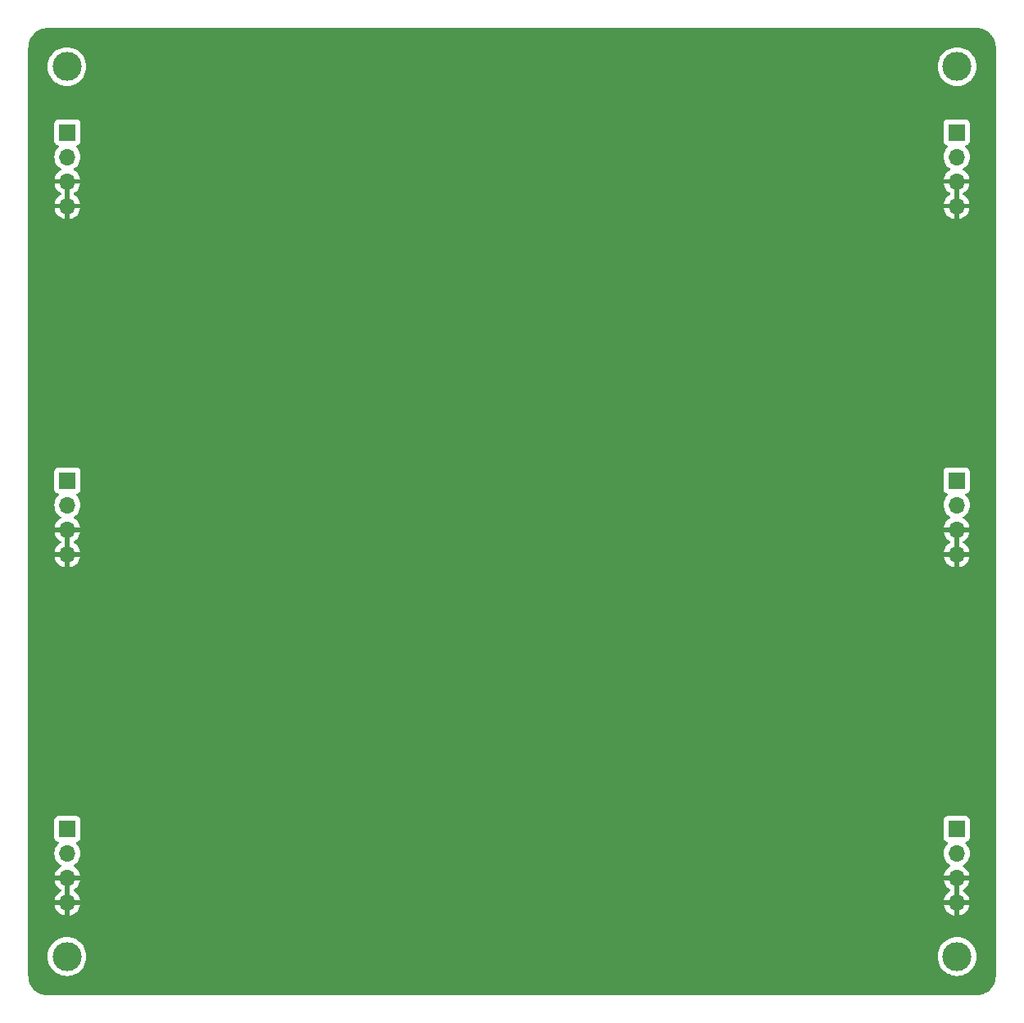
<source format=gbr>
%TF.GenerationSoftware,KiCad,Pcbnew,7.0.2*%
%TF.CreationDate,2023-08-23T15:03:45+02:00*%
%TF.ProjectId,TestingRig,54657374-696e-4675-9269-672e6b696361,rev?*%
%TF.SameCoordinates,Original*%
%TF.FileFunction,Copper,L2,Bot*%
%TF.FilePolarity,Positive*%
%FSLAX46Y46*%
G04 Gerber Fmt 4.6, Leading zero omitted, Abs format (unit mm)*
G04 Created by KiCad (PCBNEW 7.0.2) date 2023-08-23 15:03:45*
%MOMM*%
%LPD*%
G01*
G04 APERTURE LIST*
%TA.AperFunction,ComponentPad*%
%ADD10R,1.700000X1.700000*%
%TD*%
%TA.AperFunction,ComponentPad*%
%ADD11O,1.700000X1.700000*%
%TD*%
%TA.AperFunction,ViaPad*%
%ADD12C,3.000000*%
%TD*%
%TA.AperFunction,ViaPad*%
%ADD13C,0.800000*%
%TD*%
G04 APERTURE END LIST*
D10*
%TO.P,J3,1,Pin_1*%
%TO.N,/+5V*%
X96050000Y-97546250D03*
D11*
%TO.P,J3,2,Pin_2*%
%TO.N,/Din10*%
X96050000Y-100086250D03*
%TO.P,J3,3,Pin_3*%
%TO.N,GND*%
X96050000Y-102626250D03*
%TO.P,J3,4,Pin_4*%
X96050000Y-105166250D03*
%TD*%
D10*
%TO.P,J2,1,Pin_1*%
%TO.N,/+5V*%
X187950000Y-133546250D03*
D11*
%TO.P,J2,2,Pin_2*%
%TO.N,/Dout9*%
X187950000Y-136086250D03*
%TO.P,J2,3,Pin_3*%
%TO.N,GND*%
X187950000Y-138626250D03*
%TO.P,J2,4,Pin_4*%
X187950000Y-141166250D03*
%TD*%
D10*
%TO.P,J6,1,Pin_1*%
%TO.N,/+5V*%
X187950000Y-61546250D03*
D11*
%TO.P,J6,2,Pin_2*%
%TO.N,/Dout27*%
X187950000Y-64086250D03*
%TO.P,J6,3,Pin_3*%
%TO.N,GND*%
X187950000Y-66626250D03*
%TO.P,J6,4,Pin_4*%
X187950000Y-69166250D03*
%TD*%
D10*
%TO.P,J1,1,Pin_1*%
%TO.N,/+5V*%
X96050000Y-133546250D03*
D11*
%TO.P,J1,2,Pin_2*%
%TO.N,/Din1*%
X96050000Y-136086250D03*
%TO.P,J1,3,Pin_3*%
%TO.N,GND*%
X96050000Y-138626250D03*
%TO.P,J1,4,Pin_4*%
X96050000Y-141166250D03*
%TD*%
D10*
%TO.P,J5,1,Pin_1*%
%TO.N,/+5V*%
X96050000Y-61546250D03*
D11*
%TO.P,J5,2,Pin_2*%
%TO.N,/Din19*%
X96050000Y-64086250D03*
%TO.P,J5,3,Pin_3*%
%TO.N,GND*%
X96050000Y-66626250D03*
%TO.P,J5,4,Pin_4*%
X96050000Y-69166250D03*
%TD*%
D10*
%TO.P,J4,1,Pin_1*%
%TO.N,/+5V*%
X187950000Y-97546250D03*
D11*
%TO.P,J4,2,Pin_2*%
%TO.N,/Dout18*%
X187950000Y-100086250D03*
%TO.P,J4,3,Pin_3*%
%TO.N,GND*%
X187950000Y-102626250D03*
%TO.P,J4,4,Pin_4*%
X187950000Y-105166250D03*
%TD*%
D12*
%TO.N,*%
X188000000Y-54750000D03*
X188000000Y-146750000D03*
X96000000Y-54750000D03*
X96000000Y-146750000D03*
D13*
%TO.N,GND*%
X158601126Y-95392968D03*
X122610873Y-131417819D03*
X104581632Y-95392968D03*
X122588130Y-95392968D03*
X131614122Y-131417819D03*
X113607624Y-131417819D03*
X149620620Y-131417819D03*
X140744628Y-59400957D03*
X149747877Y-59400957D03*
X167754375Y-59400957D03*
X131741379Y-59400957D03*
X122738130Y-59400957D03*
X176607627Y-95392968D03*
X104604375Y-131417819D03*
X167627118Y-131417819D03*
X104731632Y-59400957D03*
X149597877Y-95392968D03*
X176757627Y-59400957D03*
X140594628Y-95392968D03*
X176630370Y-131417819D03*
X158623869Y-131417819D03*
X167604375Y-95392968D03*
X113584881Y-95392968D03*
X131591379Y-95392968D03*
X158751126Y-59400957D03*
X113734881Y-59400957D03*
X140617371Y-131417819D03*
%TD*%
%TA.AperFunction,Conductor*%
%TO.N,GND*%
G36*
X96299999Y-140730748D02*
G01*
X96192315Y-140681570D01*
X96085763Y-140666250D01*
X96014237Y-140666250D01*
X95907685Y-140681570D01*
X95800000Y-140730748D01*
X95800000Y-139061751D01*
X95907685Y-139110930D01*
X96014237Y-139126250D01*
X96085763Y-139126250D01*
X96192315Y-139110930D01*
X96299999Y-139061751D01*
X96299999Y-140730748D01*
G37*
%TD.AperFunction*%
%TA.AperFunction,Conductor*%
G36*
X188200000Y-140730748D02*
G01*
X188092315Y-140681570D01*
X187985763Y-140666250D01*
X187914237Y-140666250D01*
X187807685Y-140681570D01*
X187700000Y-140730748D01*
X187700000Y-139061751D01*
X187807685Y-139110930D01*
X187914237Y-139126250D01*
X187985763Y-139126250D01*
X188092315Y-139110930D01*
X188200000Y-139061751D01*
X188200000Y-140730748D01*
G37*
%TD.AperFunction*%
%TA.AperFunction,Conductor*%
G36*
X96299999Y-104730748D02*
G01*
X96192315Y-104681570D01*
X96085763Y-104666250D01*
X96014237Y-104666250D01*
X95907685Y-104681570D01*
X95800000Y-104730748D01*
X95800000Y-103061751D01*
X95907685Y-103110930D01*
X96014237Y-103126250D01*
X96085763Y-103126250D01*
X96192315Y-103110930D01*
X96299999Y-103061751D01*
X96299999Y-104730748D01*
G37*
%TD.AperFunction*%
%TA.AperFunction,Conductor*%
G36*
X188200000Y-104730748D02*
G01*
X188092315Y-104681570D01*
X187985763Y-104666250D01*
X187914237Y-104666250D01*
X187807685Y-104681570D01*
X187700000Y-104730748D01*
X187700000Y-103061751D01*
X187807685Y-103110930D01*
X187914237Y-103126250D01*
X187985763Y-103126250D01*
X188092315Y-103110930D01*
X188200000Y-103061751D01*
X188200000Y-104730748D01*
G37*
%TD.AperFunction*%
%TA.AperFunction,Conductor*%
G36*
X96299999Y-68730748D02*
G01*
X96192315Y-68681570D01*
X96085763Y-68666250D01*
X96014237Y-68666250D01*
X95907685Y-68681570D01*
X95800000Y-68730748D01*
X95800000Y-67061751D01*
X95907685Y-67110930D01*
X96014237Y-67126250D01*
X96085763Y-67126250D01*
X96192315Y-67110930D01*
X96299999Y-67061751D01*
X96299999Y-68730748D01*
G37*
%TD.AperFunction*%
%TA.AperFunction,Conductor*%
G36*
X188200000Y-68730748D02*
G01*
X188092315Y-68681570D01*
X187985763Y-68666250D01*
X187914237Y-68666250D01*
X187807685Y-68681570D01*
X187700000Y-68730748D01*
X187700000Y-67061751D01*
X187807685Y-67110930D01*
X187914237Y-67126250D01*
X187985763Y-67126250D01*
X188092315Y-67110930D01*
X188200000Y-67061751D01*
X188200000Y-68730748D01*
G37*
%TD.AperFunction*%
%TA.AperFunction,Conductor*%
G36*
X190004042Y-50750764D02*
G01*
X190083743Y-50755988D01*
X190261590Y-50768709D01*
X190276904Y-50770772D01*
X190389441Y-50793157D01*
X190530277Y-50823794D01*
X190543690Y-50827518D01*
X190657725Y-50866228D01*
X190661074Y-50867420D01*
X190788808Y-50915062D01*
X190800300Y-50920024D01*
X190910687Y-50974461D01*
X190915187Y-50976798D01*
X191032478Y-51040844D01*
X191041942Y-51046574D01*
X191145269Y-51115615D01*
X191150688Y-51119450D01*
X191256727Y-51198830D01*
X191264145Y-51204844D01*
X191357976Y-51287131D01*
X191363898Y-51292678D01*
X191457320Y-51386100D01*
X191462867Y-51392022D01*
X191545150Y-51485848D01*
X191551173Y-51493278D01*
X191588691Y-51543396D01*
X191630548Y-51599310D01*
X191634383Y-51604729D01*
X191703424Y-51708056D01*
X191709154Y-51717520D01*
X191773183Y-51834779D01*
X191775564Y-51839363D01*
X191829969Y-51949687D01*
X191834938Y-51961196D01*
X191882556Y-52088863D01*
X191883793Y-52092338D01*
X191922470Y-52206276D01*
X191926217Y-52219777D01*
X191956847Y-52360580D01*
X191979230Y-52473107D01*
X191981290Y-52488414D01*
X191994017Y-52666350D01*
X191999235Y-52745956D01*
X191999500Y-52754051D01*
X191999500Y-148745947D01*
X191999234Y-148754058D01*
X191994017Y-148833648D01*
X191981291Y-149011574D01*
X191979225Y-149026916D01*
X191956851Y-149139402D01*
X191926212Y-149280244D01*
X191922473Y-149293714D01*
X191883793Y-149407660D01*
X191882556Y-149411135D01*
X191834938Y-149538802D01*
X191829969Y-149550311D01*
X191775564Y-149660635D01*
X191773183Y-149665219D01*
X191709154Y-149782478D01*
X191703424Y-149791942D01*
X191634383Y-149895269D01*
X191630548Y-149900688D01*
X191551181Y-150006711D01*
X191545142Y-150014160D01*
X191462867Y-150107976D01*
X191457320Y-150113898D01*
X191363898Y-150207320D01*
X191357976Y-150212867D01*
X191264160Y-150295142D01*
X191256711Y-150301181D01*
X191150688Y-150380548D01*
X191145269Y-150384383D01*
X191041942Y-150453424D01*
X191032478Y-150459154D01*
X190915219Y-150523183D01*
X190910635Y-150525564D01*
X190800311Y-150579969D01*
X190788802Y-150584938D01*
X190661135Y-150632556D01*
X190657660Y-150633793D01*
X190543722Y-150672470D01*
X190530222Y-150676217D01*
X190465960Y-150690196D01*
X190433922Y-150697166D01*
X190407566Y-150700000D01*
X93592434Y-150700000D01*
X93566077Y-150697166D01*
X93501352Y-150683086D01*
X93469776Y-150676217D01*
X93456276Y-150672470D01*
X93342338Y-150633793D01*
X93338863Y-150632556D01*
X93211196Y-150584938D01*
X93199687Y-150579969D01*
X93134947Y-150548043D01*
X93089348Y-150525556D01*
X93084779Y-150523183D01*
X92967520Y-150459154D01*
X92958056Y-150453424D01*
X92854729Y-150384383D01*
X92849310Y-150380548D01*
X92793396Y-150338691D01*
X92743278Y-150301173D01*
X92735848Y-150295150D01*
X92642022Y-150212867D01*
X92636100Y-150207320D01*
X92542678Y-150113898D01*
X92537131Y-150107976D01*
X92505450Y-150071851D01*
X92454844Y-150014145D01*
X92448830Y-150006727D01*
X92369450Y-149900688D01*
X92365615Y-149895269D01*
X92296574Y-149791942D01*
X92290844Y-149782478D01*
X92226798Y-149665187D01*
X92224461Y-149660687D01*
X92170024Y-149550300D01*
X92165060Y-149538802D01*
X92117420Y-149411074D01*
X92116228Y-149407725D01*
X92077522Y-149293703D01*
X92073786Y-149280240D01*
X92043157Y-149139441D01*
X92020767Y-149026879D01*
X92018709Y-149011593D01*
X92005988Y-148833743D01*
X92000763Y-148754012D01*
X92000499Y-148745966D01*
X92000499Y-146750000D01*
X93994389Y-146750000D01*
X94014804Y-147035429D01*
X94075629Y-147315041D01*
X94175634Y-147583163D01*
X94312772Y-147834313D01*
X94398517Y-147948855D01*
X94484261Y-148063395D01*
X94686605Y-148265739D01*
X94858414Y-148394354D01*
X94915686Y-148437227D01*
X95055435Y-148513535D01*
X95166839Y-148574367D01*
X95434954Y-148674369D01*
X95434957Y-148674369D01*
X95434958Y-148674370D01*
X95487217Y-148685738D01*
X95714572Y-148735196D01*
X96000000Y-148755610D01*
X96285428Y-148735196D01*
X96565046Y-148674369D01*
X96833161Y-148574367D01*
X97084315Y-148437226D01*
X97313395Y-148265739D01*
X97515739Y-148063395D01*
X97687226Y-147834315D01*
X97824367Y-147583161D01*
X97924369Y-147315046D01*
X97985196Y-147035428D01*
X98005610Y-146750000D01*
X185994389Y-146750000D01*
X186014804Y-147035429D01*
X186075629Y-147315041D01*
X186175634Y-147583163D01*
X186312772Y-147834313D01*
X186398517Y-147948855D01*
X186484261Y-148063395D01*
X186686605Y-148265739D01*
X186858414Y-148394354D01*
X186915686Y-148437227D01*
X187055435Y-148513535D01*
X187166839Y-148574367D01*
X187434954Y-148674369D01*
X187434957Y-148674369D01*
X187434958Y-148674370D01*
X187487217Y-148685738D01*
X187714572Y-148735196D01*
X188000000Y-148755610D01*
X188285428Y-148735196D01*
X188565046Y-148674369D01*
X188833161Y-148574367D01*
X189084315Y-148437226D01*
X189313395Y-148265739D01*
X189515739Y-148063395D01*
X189687226Y-147834315D01*
X189824367Y-147583161D01*
X189924369Y-147315046D01*
X189985196Y-147035428D01*
X190005610Y-146750000D01*
X189985196Y-146464572D01*
X189924369Y-146184954D01*
X189824367Y-145916839D01*
X189687226Y-145665685D01*
X189515739Y-145436605D01*
X189313395Y-145234261D01*
X189198855Y-145148517D01*
X189084313Y-145062772D01*
X188833163Y-144925634D01*
X188833162Y-144925633D01*
X188833161Y-144925633D01*
X188565046Y-144825631D01*
X188565041Y-144825629D01*
X188285429Y-144764804D01*
X188000000Y-144744389D01*
X187714570Y-144764804D01*
X187434958Y-144825629D01*
X187166836Y-144925634D01*
X186915686Y-145062772D01*
X186686602Y-145234263D01*
X186484263Y-145436602D01*
X186312772Y-145665686D01*
X186175634Y-145916836D01*
X186075629Y-146184958D01*
X186014804Y-146464570D01*
X185994389Y-146750000D01*
X98005610Y-146750000D01*
X97985196Y-146464572D01*
X97924369Y-146184954D01*
X97824367Y-145916839D01*
X97687226Y-145665685D01*
X97515739Y-145436605D01*
X97313395Y-145234261D01*
X97198855Y-145148517D01*
X97084313Y-145062772D01*
X96833163Y-144925634D01*
X96833162Y-144925633D01*
X96833161Y-144925633D01*
X96565046Y-144825631D01*
X96565041Y-144825629D01*
X96285429Y-144764804D01*
X96000000Y-144744389D01*
X95714570Y-144764804D01*
X95434958Y-144825629D01*
X95166836Y-144925634D01*
X94915686Y-145062772D01*
X94686602Y-145234263D01*
X94484263Y-145436602D01*
X94312772Y-145665686D01*
X94175634Y-145916836D01*
X94075629Y-146184958D01*
X94014804Y-146464570D01*
X93994389Y-146750000D01*
X92000499Y-146750000D01*
X92000499Y-136086250D01*
X94694340Y-136086250D01*
X94714936Y-136321657D01*
X94759709Y-136488752D01*
X94776097Y-136549913D01*
X94875965Y-136764080D01*
X95011505Y-136957651D01*
X95178599Y-137124745D01*
X95364596Y-137254982D01*
X95408219Y-137309557D01*
X95415412Y-137379056D01*
X95383890Y-137441410D01*
X95364595Y-137458130D01*
X95178919Y-137588142D01*
X95011890Y-137755171D01*
X94876400Y-137948671D01*
X94776569Y-138162757D01*
X94719364Y-138376249D01*
X94719364Y-138376250D01*
X95616314Y-138376250D01*
X95590507Y-138416406D01*
X95550000Y-138554361D01*
X95550000Y-138698139D01*
X95590507Y-138836094D01*
X95616314Y-138876250D01*
X94719364Y-138876250D01*
X94776569Y-139089742D01*
X94876399Y-139303826D01*
X95011893Y-139497331D01*
X95178918Y-139664356D01*
X95365031Y-139794675D01*
X95408656Y-139849252D01*
X95415848Y-139918751D01*
X95384326Y-139981105D01*
X95365031Y-139997825D01*
X95178918Y-140128143D01*
X95011890Y-140295171D01*
X94876400Y-140488671D01*
X94776569Y-140702757D01*
X94719364Y-140916249D01*
X94719364Y-140916250D01*
X95616314Y-140916250D01*
X95590507Y-140956406D01*
X95550000Y-141094361D01*
X95550000Y-141238139D01*
X95590507Y-141376094D01*
X95616314Y-141416250D01*
X94719364Y-141416250D01*
X94776569Y-141629742D01*
X94876399Y-141843826D01*
X95011893Y-142037331D01*
X95178918Y-142204356D01*
X95372423Y-142339850D01*
X95586509Y-142439680D01*
X95800000Y-142496884D01*
X95800000Y-141601751D01*
X95907685Y-141650930D01*
X96014237Y-141666250D01*
X96085763Y-141666250D01*
X96192315Y-141650930D01*
X96300000Y-141601751D01*
X96300000Y-142496883D01*
X96513490Y-142439680D01*
X96727576Y-142339850D01*
X96921081Y-142204356D01*
X97088106Y-142037331D01*
X97223600Y-141843826D01*
X97323430Y-141629742D01*
X97380636Y-141416250D01*
X96483686Y-141416250D01*
X96509493Y-141376094D01*
X96550000Y-141238139D01*
X96550000Y-141094361D01*
X96509493Y-140956406D01*
X96483686Y-140916250D01*
X97380636Y-140916250D01*
X97380635Y-140916249D01*
X97323430Y-140702757D01*
X97223599Y-140488671D01*
X97088109Y-140295171D01*
X96921081Y-140128143D01*
X96734968Y-139997825D01*
X96691344Y-139943248D01*
X96684151Y-139873749D01*
X96715673Y-139811395D01*
X96734968Y-139794675D01*
X96921081Y-139664356D01*
X97088106Y-139497331D01*
X97223600Y-139303826D01*
X97323430Y-139089742D01*
X97380636Y-138876250D01*
X96483686Y-138876250D01*
X96509493Y-138836094D01*
X96550000Y-138698139D01*
X96550000Y-138554361D01*
X96509493Y-138416406D01*
X96483686Y-138376250D01*
X97380636Y-138376250D01*
X97380635Y-138376249D01*
X97323430Y-138162757D01*
X97223599Y-137948671D01*
X97088109Y-137755171D01*
X96921081Y-137588143D01*
X96735404Y-137458130D01*
X96691780Y-137403553D01*
X96684587Y-137334054D01*
X96716109Y-137271700D01*
X96735399Y-137254984D01*
X96921401Y-137124745D01*
X97088495Y-136957651D01*
X97224035Y-136764080D01*
X97323903Y-136549913D01*
X97385063Y-136321658D01*
X97405659Y-136086250D01*
X186594340Y-136086250D01*
X186614936Y-136321657D01*
X186659709Y-136488752D01*
X186676097Y-136549913D01*
X186775965Y-136764080D01*
X186911505Y-136957651D01*
X187078599Y-137124745D01*
X187264596Y-137254982D01*
X187308219Y-137309557D01*
X187315412Y-137379056D01*
X187283890Y-137441410D01*
X187264595Y-137458130D01*
X187078919Y-137588142D01*
X186911890Y-137755171D01*
X186776400Y-137948671D01*
X186676569Y-138162757D01*
X186619364Y-138376249D01*
X186619364Y-138376250D01*
X187516314Y-138376250D01*
X187490507Y-138416406D01*
X187450000Y-138554361D01*
X187450000Y-138698139D01*
X187490507Y-138836094D01*
X187516314Y-138876250D01*
X186619364Y-138876250D01*
X186676569Y-139089742D01*
X186776399Y-139303826D01*
X186911893Y-139497331D01*
X187078918Y-139664356D01*
X187265031Y-139794675D01*
X187308656Y-139849252D01*
X187315848Y-139918751D01*
X187284326Y-139981105D01*
X187265031Y-139997825D01*
X187078918Y-140128143D01*
X186911890Y-140295171D01*
X186776400Y-140488671D01*
X186676569Y-140702757D01*
X186619364Y-140916249D01*
X186619364Y-140916250D01*
X187516314Y-140916250D01*
X187490507Y-140956406D01*
X187450000Y-141094361D01*
X187450000Y-141238139D01*
X187490507Y-141376094D01*
X187516314Y-141416250D01*
X186619364Y-141416250D01*
X186676569Y-141629742D01*
X186776399Y-141843826D01*
X186911893Y-142037331D01*
X187078918Y-142204356D01*
X187272423Y-142339850D01*
X187486509Y-142439680D01*
X187700000Y-142496884D01*
X187700000Y-141601751D01*
X187807685Y-141650930D01*
X187914237Y-141666250D01*
X187985763Y-141666250D01*
X188092315Y-141650930D01*
X188200000Y-141601751D01*
X188200000Y-142496883D01*
X188413490Y-142439680D01*
X188627576Y-142339850D01*
X188821081Y-142204356D01*
X188988106Y-142037331D01*
X189123600Y-141843826D01*
X189223430Y-141629742D01*
X189280636Y-141416250D01*
X188383686Y-141416250D01*
X188409493Y-141376094D01*
X188450000Y-141238139D01*
X188450000Y-141094361D01*
X188409493Y-140956406D01*
X188383686Y-140916250D01*
X189280636Y-140916250D01*
X189280635Y-140916249D01*
X189223430Y-140702757D01*
X189123599Y-140488671D01*
X188988109Y-140295171D01*
X188821081Y-140128143D01*
X188634968Y-139997825D01*
X188591344Y-139943248D01*
X188584151Y-139873749D01*
X188615673Y-139811395D01*
X188634968Y-139794675D01*
X188821081Y-139664356D01*
X188988106Y-139497331D01*
X189123600Y-139303826D01*
X189223430Y-139089742D01*
X189280636Y-138876250D01*
X188383686Y-138876250D01*
X188409493Y-138836094D01*
X188450000Y-138698139D01*
X188450000Y-138554361D01*
X188409493Y-138416406D01*
X188383686Y-138376250D01*
X189280636Y-138376250D01*
X189280635Y-138376249D01*
X189223430Y-138162757D01*
X189123599Y-137948671D01*
X188988109Y-137755171D01*
X188821081Y-137588143D01*
X188635404Y-137458130D01*
X188591780Y-137403553D01*
X188584587Y-137334054D01*
X188616109Y-137271700D01*
X188635399Y-137254984D01*
X188821401Y-137124745D01*
X188988495Y-136957651D01*
X189124035Y-136764080D01*
X189223903Y-136549913D01*
X189285063Y-136321658D01*
X189305659Y-136086250D01*
X189285063Y-135850842D01*
X189223903Y-135622587D01*
X189124035Y-135408421D01*
X188988495Y-135214849D01*
X188866569Y-135092923D01*
X188833084Y-135031600D01*
X188838068Y-134961908D01*
X188879940Y-134905975D01*
X188910915Y-134889060D01*
X189042331Y-134840046D01*
X189157546Y-134753796D01*
X189243796Y-134638581D01*
X189294091Y-134503733D01*
X189300500Y-134444123D01*
X189300499Y-132648378D01*
X189294091Y-132588767D01*
X189243796Y-132453919D01*
X189157546Y-132338704D01*
X189042331Y-132252454D01*
X188907483Y-132202159D01*
X188847873Y-132195750D01*
X188844550Y-132195750D01*
X187055439Y-132195750D01*
X187055420Y-132195750D01*
X187052128Y-132195751D01*
X187048848Y-132196103D01*
X187048840Y-132196104D01*
X186992515Y-132202159D01*
X186857669Y-132252454D01*
X186742454Y-132338704D01*
X186656204Y-132453918D01*
X186605910Y-132588765D01*
X186605909Y-132588767D01*
X186599500Y-132648377D01*
X186599500Y-132651698D01*
X186599500Y-132651699D01*
X186599500Y-134440810D01*
X186599500Y-134440828D01*
X186599501Y-134444122D01*
X186605909Y-134503733D01*
X186656204Y-134638581D01*
X186742454Y-134753796D01*
X186857669Y-134840046D01*
X186969907Y-134881908D01*
X186989082Y-134889060D01*
X187045016Y-134930931D01*
X187069433Y-134996396D01*
X187054581Y-135064669D01*
X187033431Y-135092923D01*
X186911503Y-135214851D01*
X186775965Y-135408420D01*
X186676097Y-135622586D01*
X186614936Y-135850842D01*
X186594340Y-136086250D01*
X97405659Y-136086250D01*
X97385063Y-135850842D01*
X97323903Y-135622587D01*
X97224035Y-135408421D01*
X97088495Y-135214849D01*
X96966569Y-135092923D01*
X96933084Y-135031600D01*
X96938068Y-134961908D01*
X96979940Y-134905975D01*
X97010915Y-134889060D01*
X97142331Y-134840046D01*
X97257546Y-134753796D01*
X97343796Y-134638581D01*
X97394091Y-134503733D01*
X97400500Y-134444123D01*
X97400499Y-132648378D01*
X97394091Y-132588767D01*
X97343796Y-132453919D01*
X97257546Y-132338704D01*
X97142331Y-132252454D01*
X97007483Y-132202159D01*
X96947873Y-132195750D01*
X96944550Y-132195750D01*
X95155439Y-132195750D01*
X95155420Y-132195750D01*
X95152128Y-132195751D01*
X95148848Y-132196103D01*
X95148840Y-132196104D01*
X95092515Y-132202159D01*
X94957669Y-132252454D01*
X94842454Y-132338704D01*
X94756204Y-132453918D01*
X94705910Y-132588765D01*
X94705909Y-132588767D01*
X94699500Y-132648377D01*
X94699500Y-132651698D01*
X94699500Y-132651699D01*
X94699500Y-134440810D01*
X94699500Y-134440828D01*
X94699501Y-134444122D01*
X94705909Y-134503733D01*
X94756204Y-134638581D01*
X94842454Y-134753796D01*
X94957669Y-134840046D01*
X95069907Y-134881908D01*
X95089082Y-134889060D01*
X95145016Y-134930931D01*
X95169433Y-134996396D01*
X95154581Y-135064669D01*
X95133431Y-135092923D01*
X95011503Y-135214851D01*
X94875965Y-135408420D01*
X94776097Y-135622586D01*
X94714936Y-135850842D01*
X94694340Y-136086250D01*
X92000499Y-136086250D01*
X92000499Y-100086249D01*
X94694340Y-100086249D01*
X94714936Y-100321657D01*
X94759709Y-100488752D01*
X94776097Y-100549913D01*
X94875965Y-100764080D01*
X95011505Y-100957651D01*
X95178599Y-101124745D01*
X95364596Y-101254982D01*
X95408219Y-101309557D01*
X95415412Y-101379056D01*
X95383890Y-101441410D01*
X95364595Y-101458130D01*
X95178919Y-101588142D01*
X95011890Y-101755171D01*
X94876400Y-101948671D01*
X94776569Y-102162757D01*
X94719364Y-102376249D01*
X94719364Y-102376250D01*
X95616314Y-102376250D01*
X95590507Y-102416406D01*
X95550000Y-102554361D01*
X95550000Y-102698139D01*
X95590507Y-102836094D01*
X95616314Y-102876250D01*
X94719364Y-102876250D01*
X94776569Y-103089742D01*
X94876399Y-103303826D01*
X95011893Y-103497331D01*
X95178918Y-103664356D01*
X95365031Y-103794675D01*
X95408656Y-103849252D01*
X95415848Y-103918751D01*
X95384326Y-103981105D01*
X95365031Y-103997825D01*
X95178918Y-104128143D01*
X95011890Y-104295171D01*
X94876400Y-104488671D01*
X94776569Y-104702757D01*
X94719364Y-104916249D01*
X94719364Y-104916250D01*
X95616314Y-104916250D01*
X95590507Y-104956406D01*
X95550000Y-105094361D01*
X95550000Y-105238139D01*
X95590507Y-105376094D01*
X95616314Y-105416250D01*
X94719364Y-105416250D01*
X94776569Y-105629742D01*
X94876399Y-105843826D01*
X95011893Y-106037331D01*
X95178918Y-106204356D01*
X95372423Y-106339850D01*
X95586509Y-106439680D01*
X95800000Y-106496884D01*
X95800000Y-105601751D01*
X95907685Y-105650930D01*
X96014237Y-105666250D01*
X96085763Y-105666250D01*
X96192315Y-105650930D01*
X96300000Y-105601751D01*
X96300000Y-106496883D01*
X96513490Y-106439680D01*
X96727576Y-106339850D01*
X96921081Y-106204356D01*
X97088106Y-106037331D01*
X97223600Y-105843826D01*
X97323430Y-105629742D01*
X97380636Y-105416250D01*
X96483686Y-105416250D01*
X96509493Y-105376094D01*
X96550000Y-105238139D01*
X96550000Y-105094361D01*
X96509493Y-104956406D01*
X96483686Y-104916250D01*
X97380636Y-104916250D01*
X97380635Y-104916249D01*
X97323430Y-104702757D01*
X97223599Y-104488671D01*
X97088109Y-104295171D01*
X96921081Y-104128143D01*
X96734968Y-103997825D01*
X96691344Y-103943248D01*
X96684151Y-103873749D01*
X96715673Y-103811395D01*
X96734968Y-103794675D01*
X96921081Y-103664356D01*
X97088106Y-103497331D01*
X97223600Y-103303826D01*
X97323430Y-103089742D01*
X97380636Y-102876250D01*
X96483686Y-102876250D01*
X96509493Y-102836094D01*
X96550000Y-102698139D01*
X96550000Y-102554361D01*
X96509493Y-102416406D01*
X96483686Y-102376250D01*
X97380636Y-102376250D01*
X97380635Y-102376249D01*
X97323430Y-102162757D01*
X97223599Y-101948671D01*
X97088109Y-101755171D01*
X96921081Y-101588143D01*
X96735404Y-101458130D01*
X96691780Y-101403553D01*
X96684587Y-101334054D01*
X96716109Y-101271700D01*
X96735399Y-101254984D01*
X96921401Y-101124745D01*
X97088495Y-100957651D01*
X97224035Y-100764080D01*
X97323903Y-100549913D01*
X97385063Y-100321658D01*
X97405659Y-100086250D01*
X97405659Y-100086249D01*
X186594340Y-100086249D01*
X186614936Y-100321657D01*
X186659709Y-100488752D01*
X186676097Y-100549913D01*
X186775965Y-100764080D01*
X186911505Y-100957651D01*
X187078599Y-101124745D01*
X187264596Y-101254982D01*
X187308219Y-101309557D01*
X187315412Y-101379056D01*
X187283890Y-101441410D01*
X187264595Y-101458130D01*
X187078919Y-101588142D01*
X186911890Y-101755171D01*
X186776400Y-101948671D01*
X186676569Y-102162757D01*
X186619364Y-102376249D01*
X186619364Y-102376250D01*
X187516314Y-102376250D01*
X187490507Y-102416406D01*
X187450000Y-102554361D01*
X187450000Y-102698139D01*
X187490507Y-102836094D01*
X187516314Y-102876250D01*
X186619364Y-102876250D01*
X186676569Y-103089742D01*
X186776399Y-103303826D01*
X186911893Y-103497331D01*
X187078918Y-103664356D01*
X187265031Y-103794675D01*
X187308656Y-103849252D01*
X187315848Y-103918751D01*
X187284326Y-103981105D01*
X187265031Y-103997825D01*
X187078918Y-104128143D01*
X186911890Y-104295171D01*
X186776400Y-104488671D01*
X186676569Y-104702757D01*
X186619364Y-104916249D01*
X186619364Y-104916250D01*
X187516314Y-104916250D01*
X187490507Y-104956406D01*
X187450000Y-105094361D01*
X187450000Y-105238139D01*
X187490507Y-105376094D01*
X187516314Y-105416250D01*
X186619364Y-105416250D01*
X186676569Y-105629742D01*
X186776399Y-105843826D01*
X186911893Y-106037331D01*
X187078918Y-106204356D01*
X187272423Y-106339850D01*
X187486509Y-106439680D01*
X187700000Y-106496884D01*
X187700000Y-105601751D01*
X187807685Y-105650930D01*
X187914237Y-105666250D01*
X187985763Y-105666250D01*
X188092315Y-105650930D01*
X188200000Y-105601751D01*
X188200000Y-106496883D01*
X188413490Y-106439680D01*
X188627576Y-106339850D01*
X188821081Y-106204356D01*
X188988106Y-106037331D01*
X189123600Y-105843826D01*
X189223430Y-105629742D01*
X189280636Y-105416250D01*
X188383686Y-105416250D01*
X188409493Y-105376094D01*
X188450000Y-105238139D01*
X188450000Y-105094361D01*
X188409493Y-104956406D01*
X188383686Y-104916250D01*
X189280636Y-104916250D01*
X189280635Y-104916249D01*
X189223430Y-104702757D01*
X189123599Y-104488671D01*
X188988109Y-104295171D01*
X188821081Y-104128143D01*
X188634968Y-103997825D01*
X188591344Y-103943248D01*
X188584151Y-103873749D01*
X188615673Y-103811395D01*
X188634968Y-103794675D01*
X188821081Y-103664356D01*
X188988106Y-103497331D01*
X189123600Y-103303826D01*
X189223430Y-103089742D01*
X189280636Y-102876250D01*
X188383686Y-102876250D01*
X188409493Y-102836094D01*
X188450000Y-102698139D01*
X188450000Y-102554361D01*
X188409493Y-102416406D01*
X188383686Y-102376250D01*
X189280636Y-102376250D01*
X189280635Y-102376249D01*
X189223430Y-102162757D01*
X189123599Y-101948671D01*
X188988109Y-101755171D01*
X188821081Y-101588143D01*
X188635404Y-101458130D01*
X188591780Y-101403553D01*
X188584587Y-101334054D01*
X188616109Y-101271700D01*
X188635399Y-101254984D01*
X188821401Y-101124745D01*
X188988495Y-100957651D01*
X189124035Y-100764080D01*
X189223903Y-100549913D01*
X189285063Y-100321658D01*
X189305659Y-100086250D01*
X189285063Y-99850842D01*
X189223903Y-99622587D01*
X189124035Y-99408421D01*
X188988495Y-99214849D01*
X188866569Y-99092923D01*
X188833084Y-99031600D01*
X188838068Y-98961908D01*
X188879940Y-98905975D01*
X188910915Y-98889060D01*
X189042331Y-98840046D01*
X189157546Y-98753796D01*
X189243796Y-98638581D01*
X189294091Y-98503733D01*
X189300500Y-98444123D01*
X189300499Y-96648378D01*
X189294091Y-96588767D01*
X189243796Y-96453919D01*
X189157546Y-96338704D01*
X189042331Y-96252454D01*
X188907483Y-96202159D01*
X188847873Y-96195750D01*
X188844550Y-96195750D01*
X187055439Y-96195750D01*
X187055420Y-96195750D01*
X187052128Y-96195751D01*
X187048848Y-96196103D01*
X187048840Y-96196104D01*
X186992515Y-96202159D01*
X186857669Y-96252454D01*
X186742454Y-96338704D01*
X186656204Y-96453918D01*
X186605910Y-96588765D01*
X186605909Y-96588767D01*
X186599500Y-96648377D01*
X186599500Y-96651698D01*
X186599500Y-96651699D01*
X186599500Y-98440810D01*
X186599500Y-98440828D01*
X186599501Y-98444122D01*
X186605909Y-98503733D01*
X186656204Y-98638581D01*
X186742454Y-98753796D01*
X186857669Y-98840046D01*
X186969907Y-98881908D01*
X186989082Y-98889060D01*
X187045016Y-98930931D01*
X187069433Y-98996396D01*
X187054581Y-99064669D01*
X187033431Y-99092923D01*
X186911503Y-99214851D01*
X186775965Y-99408420D01*
X186676097Y-99622586D01*
X186614936Y-99850842D01*
X186594340Y-100086249D01*
X97405659Y-100086249D01*
X97385063Y-99850842D01*
X97323903Y-99622587D01*
X97224035Y-99408421D01*
X97088495Y-99214849D01*
X96966568Y-99092923D01*
X96933084Y-99031600D01*
X96938068Y-98961908D01*
X96979940Y-98905975D01*
X97010915Y-98889060D01*
X97142331Y-98840046D01*
X97257546Y-98753796D01*
X97343796Y-98638581D01*
X97394091Y-98503733D01*
X97400500Y-98444123D01*
X97400499Y-96648378D01*
X97394091Y-96588767D01*
X97343796Y-96453919D01*
X97257546Y-96338704D01*
X97142331Y-96252454D01*
X97007483Y-96202159D01*
X96947873Y-96195750D01*
X96944550Y-96195750D01*
X95155439Y-96195750D01*
X95155420Y-96195750D01*
X95152128Y-96195751D01*
X95148848Y-96196103D01*
X95148840Y-96196104D01*
X95092515Y-96202159D01*
X94957669Y-96252454D01*
X94842454Y-96338704D01*
X94756204Y-96453918D01*
X94705910Y-96588765D01*
X94705909Y-96588767D01*
X94699500Y-96648377D01*
X94699500Y-96651698D01*
X94699500Y-96651699D01*
X94699500Y-98440810D01*
X94699500Y-98440828D01*
X94699501Y-98444122D01*
X94705909Y-98503733D01*
X94756204Y-98638581D01*
X94842454Y-98753796D01*
X94957669Y-98840046D01*
X95069907Y-98881908D01*
X95089082Y-98889060D01*
X95145016Y-98930931D01*
X95169433Y-98996396D01*
X95154581Y-99064669D01*
X95133431Y-99092923D01*
X95011503Y-99214851D01*
X94875965Y-99408420D01*
X94776097Y-99622586D01*
X94714936Y-99850842D01*
X94694340Y-100086249D01*
X92000499Y-100086249D01*
X92000499Y-64086250D01*
X94694340Y-64086250D01*
X94714936Y-64321657D01*
X94759709Y-64488752D01*
X94776097Y-64549913D01*
X94875965Y-64764080D01*
X95011505Y-64957651D01*
X95178599Y-65124745D01*
X95364596Y-65254982D01*
X95408219Y-65309557D01*
X95415412Y-65379056D01*
X95383890Y-65441410D01*
X95364595Y-65458130D01*
X95178919Y-65588142D01*
X95011890Y-65755171D01*
X94876400Y-65948671D01*
X94776569Y-66162757D01*
X94719364Y-66376249D01*
X94719364Y-66376250D01*
X95616314Y-66376250D01*
X95590507Y-66416406D01*
X95550000Y-66554361D01*
X95550000Y-66698139D01*
X95590507Y-66836094D01*
X95616314Y-66876250D01*
X94719364Y-66876250D01*
X94776569Y-67089742D01*
X94876399Y-67303826D01*
X95011893Y-67497331D01*
X95178918Y-67664356D01*
X95365031Y-67794675D01*
X95408656Y-67849252D01*
X95415848Y-67918751D01*
X95384326Y-67981105D01*
X95365031Y-67997825D01*
X95178918Y-68128143D01*
X95011890Y-68295171D01*
X94876400Y-68488671D01*
X94776569Y-68702757D01*
X94719364Y-68916249D01*
X94719364Y-68916250D01*
X95616314Y-68916250D01*
X95590507Y-68956406D01*
X95550000Y-69094361D01*
X95550000Y-69238139D01*
X95590507Y-69376094D01*
X95616314Y-69416250D01*
X94719364Y-69416250D01*
X94776569Y-69629742D01*
X94876399Y-69843826D01*
X95011893Y-70037331D01*
X95178918Y-70204356D01*
X95372423Y-70339850D01*
X95586509Y-70439680D01*
X95800000Y-70496884D01*
X95800000Y-69601751D01*
X95907685Y-69650930D01*
X96014237Y-69666250D01*
X96085763Y-69666250D01*
X96192315Y-69650930D01*
X96300000Y-69601751D01*
X96300000Y-70496883D01*
X96513490Y-70439680D01*
X96727576Y-70339850D01*
X96921081Y-70204356D01*
X97088106Y-70037331D01*
X97223600Y-69843826D01*
X97323430Y-69629742D01*
X97380636Y-69416250D01*
X96483686Y-69416250D01*
X96509493Y-69376094D01*
X96550000Y-69238139D01*
X96550000Y-69094361D01*
X96509493Y-68956406D01*
X96483686Y-68916250D01*
X97380636Y-68916250D01*
X97380635Y-68916249D01*
X97323430Y-68702757D01*
X97223599Y-68488671D01*
X97088109Y-68295171D01*
X96921081Y-68128143D01*
X96734968Y-67997825D01*
X96691344Y-67943248D01*
X96684151Y-67873749D01*
X96715673Y-67811395D01*
X96734968Y-67794675D01*
X96921081Y-67664356D01*
X97088106Y-67497331D01*
X97223600Y-67303826D01*
X97323430Y-67089742D01*
X97380636Y-66876250D01*
X96483686Y-66876250D01*
X96509493Y-66836094D01*
X96550000Y-66698139D01*
X96550000Y-66554361D01*
X96509493Y-66416406D01*
X96483686Y-66376250D01*
X97380636Y-66376250D01*
X97380635Y-66376249D01*
X97323430Y-66162757D01*
X97223599Y-65948671D01*
X97088109Y-65755171D01*
X96921081Y-65588143D01*
X96735404Y-65458130D01*
X96691780Y-65403553D01*
X96684587Y-65334054D01*
X96716109Y-65271700D01*
X96735399Y-65254984D01*
X96921401Y-65124745D01*
X97088495Y-64957651D01*
X97224035Y-64764080D01*
X97323903Y-64549913D01*
X97385063Y-64321658D01*
X97405659Y-64086250D01*
X97405659Y-64086249D01*
X186594340Y-64086249D01*
X186614936Y-64321657D01*
X186659709Y-64488751D01*
X186676097Y-64549913D01*
X186775965Y-64764080D01*
X186911505Y-64957651D01*
X187078599Y-65124745D01*
X187264596Y-65254982D01*
X187308219Y-65309557D01*
X187315412Y-65379056D01*
X187283890Y-65441410D01*
X187264595Y-65458130D01*
X187078919Y-65588142D01*
X186911890Y-65755171D01*
X186776400Y-65948671D01*
X186676569Y-66162757D01*
X186619364Y-66376249D01*
X186619364Y-66376250D01*
X187516314Y-66376250D01*
X187490507Y-66416406D01*
X187450000Y-66554361D01*
X187450000Y-66698139D01*
X187490507Y-66836094D01*
X187516314Y-66876250D01*
X186619364Y-66876250D01*
X186676569Y-67089742D01*
X186776399Y-67303826D01*
X186911893Y-67497331D01*
X187078918Y-67664356D01*
X187265031Y-67794675D01*
X187308656Y-67849252D01*
X187315848Y-67918751D01*
X187284326Y-67981105D01*
X187265031Y-67997825D01*
X187078918Y-68128143D01*
X186911890Y-68295171D01*
X186776400Y-68488671D01*
X186676569Y-68702757D01*
X186619364Y-68916249D01*
X186619364Y-68916250D01*
X187516314Y-68916250D01*
X187490507Y-68956406D01*
X187450000Y-69094361D01*
X187450000Y-69238139D01*
X187490507Y-69376094D01*
X187516314Y-69416250D01*
X186619364Y-69416250D01*
X186676569Y-69629742D01*
X186776399Y-69843826D01*
X186911893Y-70037331D01*
X187078918Y-70204356D01*
X187272423Y-70339850D01*
X187486509Y-70439680D01*
X187700000Y-70496884D01*
X187700000Y-69601751D01*
X187807685Y-69650930D01*
X187914237Y-69666250D01*
X187985763Y-69666250D01*
X188092315Y-69650930D01*
X188200000Y-69601751D01*
X188200000Y-70496883D01*
X188413490Y-70439680D01*
X188627576Y-70339850D01*
X188821081Y-70204356D01*
X188988106Y-70037331D01*
X189123600Y-69843826D01*
X189223430Y-69629742D01*
X189280636Y-69416250D01*
X188383686Y-69416250D01*
X188409493Y-69376094D01*
X188450000Y-69238139D01*
X188450000Y-69094361D01*
X188409493Y-68956406D01*
X188383686Y-68916250D01*
X189280636Y-68916250D01*
X189280635Y-68916249D01*
X189223430Y-68702757D01*
X189123599Y-68488671D01*
X188988109Y-68295171D01*
X188821081Y-68128143D01*
X188634968Y-67997825D01*
X188591344Y-67943248D01*
X188584151Y-67873749D01*
X188615673Y-67811395D01*
X188634968Y-67794675D01*
X188821081Y-67664356D01*
X188988106Y-67497331D01*
X189123600Y-67303826D01*
X189223430Y-67089742D01*
X189280636Y-66876250D01*
X188383686Y-66876250D01*
X188409493Y-66836094D01*
X188450000Y-66698139D01*
X188450000Y-66554361D01*
X188409493Y-66416406D01*
X188383686Y-66376250D01*
X189280636Y-66376250D01*
X189280635Y-66376249D01*
X189223430Y-66162757D01*
X189123599Y-65948671D01*
X188988109Y-65755171D01*
X188821081Y-65588143D01*
X188635404Y-65458130D01*
X188591780Y-65403553D01*
X188584587Y-65334054D01*
X188616109Y-65271700D01*
X188635399Y-65254984D01*
X188821401Y-65124745D01*
X188988495Y-64957651D01*
X189124035Y-64764080D01*
X189223903Y-64549913D01*
X189285063Y-64321658D01*
X189305659Y-64086250D01*
X189285063Y-63850842D01*
X189223903Y-63622587D01*
X189124035Y-63408421D01*
X188988495Y-63214849D01*
X188866569Y-63092923D01*
X188833084Y-63031600D01*
X188838068Y-62961908D01*
X188879940Y-62905975D01*
X188910915Y-62889060D01*
X189042331Y-62840046D01*
X189157546Y-62753796D01*
X189243796Y-62638581D01*
X189294091Y-62503733D01*
X189300500Y-62444123D01*
X189300499Y-60648378D01*
X189294091Y-60588767D01*
X189243796Y-60453919D01*
X189157546Y-60338704D01*
X189042331Y-60252454D01*
X188907483Y-60202159D01*
X188847873Y-60195750D01*
X188844550Y-60195750D01*
X187055439Y-60195750D01*
X187055420Y-60195750D01*
X187052128Y-60195751D01*
X187048848Y-60196103D01*
X187048840Y-60196104D01*
X186992515Y-60202159D01*
X186857669Y-60252454D01*
X186742454Y-60338704D01*
X186656204Y-60453918D01*
X186605910Y-60588765D01*
X186605909Y-60588767D01*
X186599500Y-60648377D01*
X186599500Y-60651698D01*
X186599500Y-60651699D01*
X186599500Y-62440810D01*
X186599500Y-62440828D01*
X186599501Y-62444122D01*
X186605909Y-62503733D01*
X186656204Y-62638581D01*
X186742454Y-62753796D01*
X186857669Y-62840046D01*
X186969907Y-62881908D01*
X186989082Y-62889060D01*
X187045016Y-62930931D01*
X187069433Y-62996396D01*
X187054581Y-63064669D01*
X187033431Y-63092923D01*
X186911503Y-63214851D01*
X186775965Y-63408420D01*
X186676097Y-63622586D01*
X186614936Y-63850842D01*
X186594340Y-64086249D01*
X97405659Y-64086249D01*
X97385063Y-63850842D01*
X97323903Y-63622587D01*
X97224035Y-63408421D01*
X97088495Y-63214849D01*
X96966569Y-63092923D01*
X96933084Y-63031600D01*
X96938068Y-62961908D01*
X96979940Y-62905975D01*
X97010915Y-62889060D01*
X97142331Y-62840046D01*
X97257546Y-62753796D01*
X97343796Y-62638581D01*
X97394091Y-62503733D01*
X97400500Y-62444123D01*
X97400499Y-60648378D01*
X97394091Y-60588767D01*
X97343796Y-60453919D01*
X97257546Y-60338704D01*
X97142331Y-60252454D01*
X97007483Y-60202159D01*
X96947873Y-60195750D01*
X96944550Y-60195750D01*
X95155439Y-60195750D01*
X95155420Y-60195750D01*
X95152128Y-60195751D01*
X95148848Y-60196103D01*
X95148840Y-60196104D01*
X95092515Y-60202159D01*
X94957669Y-60252454D01*
X94842454Y-60338704D01*
X94756204Y-60453918D01*
X94705910Y-60588765D01*
X94705909Y-60588767D01*
X94699500Y-60648377D01*
X94699500Y-60651698D01*
X94699500Y-60651699D01*
X94699500Y-62440810D01*
X94699500Y-62440828D01*
X94699501Y-62444122D01*
X94705909Y-62503733D01*
X94756204Y-62638581D01*
X94842454Y-62753796D01*
X94957669Y-62840046D01*
X95069907Y-62881908D01*
X95089082Y-62889060D01*
X95145016Y-62930931D01*
X95169433Y-62996396D01*
X95154581Y-63064669D01*
X95133431Y-63092923D01*
X95011503Y-63214851D01*
X94875965Y-63408420D01*
X94776097Y-63622586D01*
X94714936Y-63850842D01*
X94694340Y-64086250D01*
X92000499Y-64086250D01*
X92000499Y-54750000D01*
X93994389Y-54750000D01*
X94014804Y-55035429D01*
X94075629Y-55315041D01*
X94175634Y-55583163D01*
X94312772Y-55834313D01*
X94398517Y-55948855D01*
X94484261Y-56063395D01*
X94686605Y-56265739D01*
X94858415Y-56394354D01*
X94915686Y-56437227D01*
X95055435Y-56513535D01*
X95166839Y-56574367D01*
X95434954Y-56674369D01*
X95434957Y-56674369D01*
X95434958Y-56674370D01*
X95487217Y-56685738D01*
X95714572Y-56735196D01*
X96000000Y-56755610D01*
X96285428Y-56735196D01*
X96565046Y-56674369D01*
X96833161Y-56574367D01*
X97084315Y-56437226D01*
X97313395Y-56265739D01*
X97515739Y-56063395D01*
X97687226Y-55834315D01*
X97824367Y-55583161D01*
X97924369Y-55315046D01*
X97985196Y-55035428D01*
X98005610Y-54750000D01*
X185994389Y-54750000D01*
X186014804Y-55035429D01*
X186075629Y-55315041D01*
X186175634Y-55583163D01*
X186312772Y-55834313D01*
X186398517Y-55948854D01*
X186484261Y-56063395D01*
X186686605Y-56265739D01*
X186858414Y-56394354D01*
X186915686Y-56437227D01*
X187055435Y-56513535D01*
X187166839Y-56574367D01*
X187434954Y-56674369D01*
X187434957Y-56674369D01*
X187434958Y-56674370D01*
X187487217Y-56685738D01*
X187714572Y-56735196D01*
X188000000Y-56755610D01*
X188285428Y-56735196D01*
X188565046Y-56674369D01*
X188833161Y-56574367D01*
X189084315Y-56437226D01*
X189313395Y-56265739D01*
X189515739Y-56063395D01*
X189687226Y-55834315D01*
X189824367Y-55583161D01*
X189924369Y-55315046D01*
X189985196Y-55035428D01*
X190005610Y-54750000D01*
X189985196Y-54464572D01*
X189924369Y-54184954D01*
X189824367Y-53916839D01*
X189687226Y-53665685D01*
X189515739Y-53436605D01*
X189313395Y-53234261D01*
X189198854Y-53148517D01*
X189084313Y-53062772D01*
X188833163Y-52925634D01*
X188833162Y-52925633D01*
X188833161Y-52925633D01*
X188565046Y-52825631D01*
X188565041Y-52825629D01*
X188285429Y-52764804D01*
X188000000Y-52744389D01*
X187714570Y-52764804D01*
X187434958Y-52825629D01*
X187166836Y-52925634D01*
X186915686Y-53062772D01*
X186686602Y-53234263D01*
X186484263Y-53436602D01*
X186312772Y-53665686D01*
X186175634Y-53916836D01*
X186075629Y-54184958D01*
X186014804Y-54464570D01*
X185994389Y-54750000D01*
X98005610Y-54750000D01*
X97985196Y-54464572D01*
X97924369Y-54184954D01*
X97824367Y-53916839D01*
X97687226Y-53665685D01*
X97515739Y-53436605D01*
X97313395Y-53234261D01*
X97198855Y-53148517D01*
X97084313Y-53062772D01*
X96833163Y-52925634D01*
X96833162Y-52925633D01*
X96833161Y-52925633D01*
X96565046Y-52825631D01*
X96565041Y-52825629D01*
X96285429Y-52764804D01*
X96000000Y-52744389D01*
X95714570Y-52764804D01*
X95434958Y-52825629D01*
X95166836Y-52925634D01*
X94915686Y-53062772D01*
X94686602Y-53234263D01*
X94484263Y-53436602D01*
X94312772Y-53665686D01*
X94175634Y-53916836D01*
X94075629Y-54184958D01*
X94014804Y-54464570D01*
X93994389Y-54750000D01*
X92000499Y-54750000D01*
X92000499Y-52754051D01*
X92000764Y-52745956D01*
X92000867Y-52744389D01*
X92005982Y-52666350D01*
X92018709Y-52488405D01*
X92020770Y-52473101D01*
X92043163Y-52360523D01*
X92073795Y-52219717D01*
X92077515Y-52206318D01*
X92116243Y-52092230D01*
X92117404Y-52088967D01*
X92165068Y-51961177D01*
X92170017Y-51949713D01*
X92224481Y-51839272D01*
X92226777Y-51834851D01*
X92290855Y-51717501D01*
X92296562Y-51708075D01*
X92365639Y-51604694D01*
X92369425Y-51599344D01*
X92448850Y-51493246D01*
X92454823Y-51485878D01*
X92537161Y-51391989D01*
X92542648Y-51386131D01*
X92636131Y-51292648D01*
X92641989Y-51287161D01*
X92735878Y-51204823D01*
X92743246Y-51198850D01*
X92849344Y-51119425D01*
X92854694Y-51115639D01*
X92958075Y-51046562D01*
X92967501Y-51040855D01*
X93084851Y-50976777D01*
X93089272Y-50974481D01*
X93199713Y-50920017D01*
X93211177Y-50915068D01*
X93338967Y-50867404D01*
X93342230Y-50866243D01*
X93456305Y-50827519D01*
X93469754Y-50823787D01*
X93610546Y-50793159D01*
X93723125Y-50770766D01*
X93738402Y-50768709D01*
X93916208Y-50755991D01*
X93992267Y-50751006D01*
X93995958Y-50750765D01*
X94004063Y-50750500D01*
X189995935Y-50750500D01*
X190004042Y-50750764D01*
G37*
%TD.AperFunction*%
%TD*%
M02*

</source>
